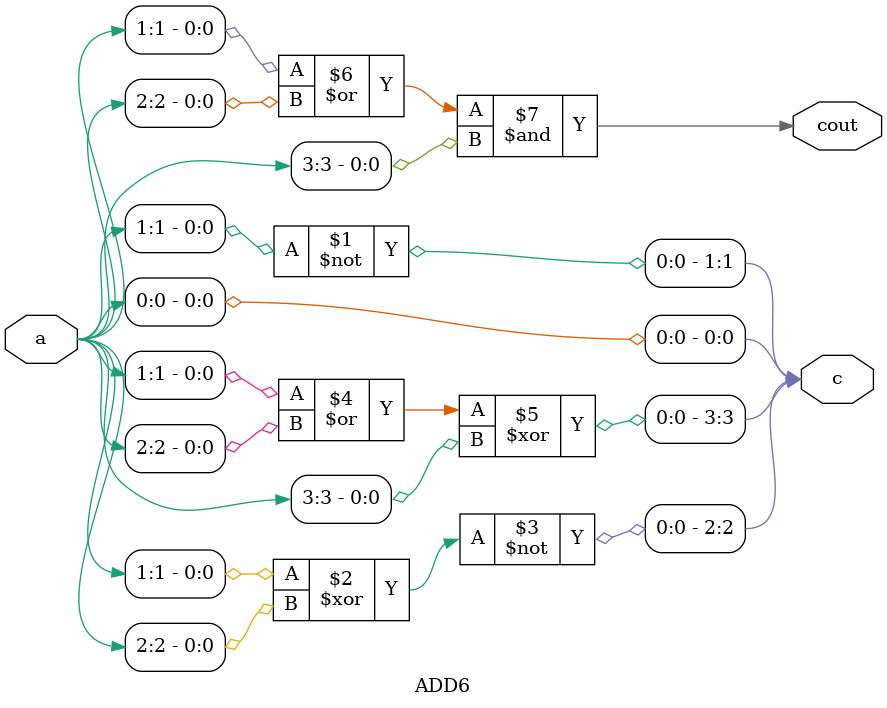
<source format=v>
module ADD6(a,c,cout);

input [3:0] a;
output [3:0] c;
output cout;

assign c[0]=a[0],
       c[1]=~a[1],
		 c[2]=~(a[1]^a[2]),
		 c[3]=(a[1]|a[2])^a[3],
		 cout=(a[1]|a[2])&a[3];

endmodule

</source>
